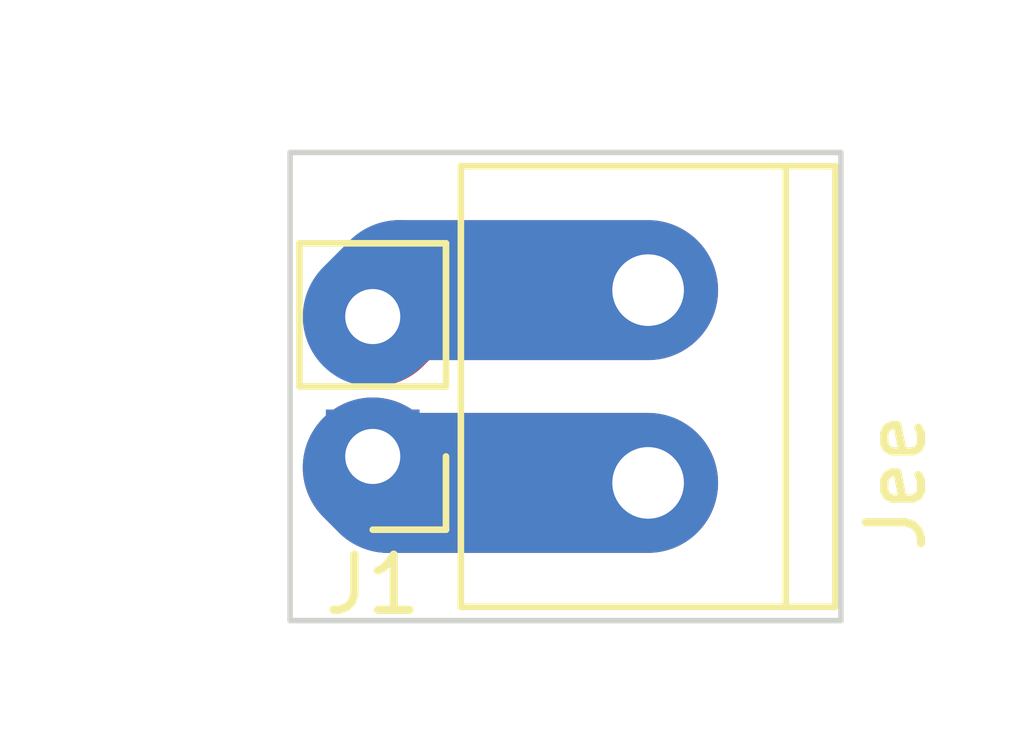
<source format=kicad_pcb>
(kicad_pcb (version 20171130) (host pcbnew "(5.1.6-0-10_14)")

  (general
    (thickness 1.6)
    (drawings 5)
    (tracks 8)
    (zones 0)
    (modules 2)
    (nets 3)
  )

  (page A4)
  (layers
    (0 F.Cu signal)
    (31 B.Cu signal)
    (32 B.Adhes user)
    (33 F.Adhes user)
    (34 B.Paste user)
    (35 F.Paste user)
    (36 B.SilkS user)
    (37 F.SilkS user)
    (38 B.Mask user)
    (39 F.Mask user)
    (40 Dwgs.User user)
    (41 Cmts.User user)
    (42 Eco1.User user)
    (43 Eco2.User user)
    (44 Edge.Cuts user)
    (45 Margin user)
    (46 B.CrtYd user)
    (47 F.CrtYd user)
    (48 B.Fab user)
    (49 F.Fab user)
  )

  (setup
    (last_trace_width 0.25)
    (user_trace_width 0.508)
    (user_trace_width 2.54)
    (trace_clearance 0.2)
    (zone_clearance 0.508)
    (zone_45_only no)
    (trace_min 0.2)
    (via_size 0.8)
    (via_drill 0.4)
    (via_min_size 0.4)
    (via_min_drill 0.3)
    (uvia_size 0.3)
    (uvia_drill 0.1)
    (uvias_allowed no)
    (uvia_min_size 0.2)
    (uvia_min_drill 0.1)
    (edge_width 0.1)
    (segment_width 0.2)
    (pcb_text_width 0.3)
    (pcb_text_size 1.5 1.5)
    (mod_edge_width 0.15)
    (mod_text_size 1 1)
    (mod_text_width 0.15)
    (pad_size 2 2)
    (pad_drill 1.3)
    (pad_to_mask_clearance 0)
    (aux_axis_origin 0 0)
    (visible_elements FFFFFF7F)
    (pcbplotparams
      (layerselection 0x010fc_ffffffff)
      (usegerberextensions true)
      (usegerberattributes false)
      (usegerberadvancedattributes true)
      (creategerberjobfile true)
      (excludeedgelayer true)
      (linewidth 0.100000)
      (plotframeref false)
      (viasonmask false)
      (mode 1)
      (useauxorigin false)
      (hpglpennumber 1)
      (hpglpenspeed 20)
      (hpglpendiameter 15.000000)
      (psnegative false)
      (psa4output false)
      (plotreference true)
      (plotvalue true)
      (plotinvisibletext false)
      (padsonsilk false)
      (subtractmaskfromsilk false)
      (outputformat 1)
      (mirror false)
      (drillshape 0)
      (scaleselection 1)
      (outputdirectory "./"))
  )

  (net 0 "")
  (net 1 "Net-(J1-Pad2)")
  (net 2 "Net-(J1-Pad1)")

  (net_class Default "This is the default net class."
    (clearance 0.2)
    (trace_width 0.25)
    (via_dia 0.8)
    (via_drill 0.4)
    (uvia_dia 0.3)
    (uvia_drill 0.1)
    (add_net "Net-(J1-Pad1)")
    (add_net "Net-(J1-Pad2)")
  )

  (module Pin_Headers:Pin_Header_Straight_1x02_Pitch2.54mm (layer F.Cu) (tedit 59650532) (tstamp 5F34DE73)
    (at 165 77.52 180)
    (descr "Through hole straight pin header, 1x02, 2.54mm pitch, single row")
    (tags "Through hole pin header THT 1x02 2.54mm single row")
    (path /5F34E890)
    (fp_text reference J1 (at 0 -2.33) (layer F.SilkS)
      (effects (font (size 1 1) (thickness 0.15)))
    )
    (fp_text value Conn_01x02_Male (at 0 4.87) (layer F.Fab)
      (effects (font (size 1 1) (thickness 0.15)))
    )
    (fp_line (start 1.8 -1.8) (end -1.8 -1.8) (layer F.CrtYd) (width 0.05))
    (fp_line (start 1.8 4.35) (end 1.8 -1.8) (layer F.CrtYd) (width 0.05))
    (fp_line (start -1.8 4.35) (end 1.8 4.35) (layer F.CrtYd) (width 0.05))
    (fp_line (start -1.8 -1.8) (end -1.8 4.35) (layer F.CrtYd) (width 0.05))
    (fp_line (start -1.33 -1.33) (end 0 -1.33) (layer F.SilkS) (width 0.12))
    (fp_line (start -1.33 0) (end -1.33 -1.33) (layer F.SilkS) (width 0.12))
    (fp_line (start -1.33 1.27) (end 1.33 1.27) (layer F.SilkS) (width 0.12))
    (fp_line (start 1.33 1.27) (end 1.33 3.87) (layer F.SilkS) (width 0.12))
    (fp_line (start -1.33 1.27) (end -1.33 3.87) (layer F.SilkS) (width 0.12))
    (fp_line (start -1.33 3.87) (end 1.33 3.87) (layer F.SilkS) (width 0.12))
    (fp_line (start -1.27 -0.635) (end -0.635 -1.27) (layer F.Fab) (width 0.1))
    (fp_line (start -1.27 3.81) (end -1.27 -0.635) (layer F.Fab) (width 0.1))
    (fp_line (start 1.27 3.81) (end -1.27 3.81) (layer F.Fab) (width 0.1))
    (fp_line (start 1.27 -1.27) (end 1.27 3.81) (layer F.Fab) (width 0.1))
    (fp_line (start -0.635 -1.27) (end 1.27 -1.27) (layer F.Fab) (width 0.1))
    (fp_text user %R (at 0 1.27 90) (layer F.Fab)
      (effects (font (size 1 1) (thickness 0.15)))
    )
    (pad 2 thru_hole oval (at 0 2.54 180) (size 1.7 1.7) (drill 1) (layers *.Cu *.Mask)
      (net 1 "Net-(J1-Pad2)"))
    (pad 1 thru_hole rect (at 0 0 180) (size 1.7 1.7) (drill 1) (layers *.Cu *.Mask)
      (net 2 "Net-(J1-Pad1)"))
    (model ${KISYS3DMOD}/Pin_Headers.3dshapes/Pin_Header_Straight_1x02_Pitch2.54mm.wrl
      (at (xyz 0 0 0))
      (scale (xyz 1 1 1))
      (rotate (xyz 0 0 0))
    )
  )

  (module Ninja-qPCR:TB_SeeedOPL_320110028 (layer F.Cu) (tedit 5F3F1B3E) (tstamp 5F34DDD4)
    (at 170 78 90)
    (path /5F34EF43)
    (fp_text reference Jee (at 0 4.5 90) (layer F.SilkS)
      (effects (font (size 1 1) (thickness 0.15)))
    )
    (fp_text value Conn_01x02_Male (at 2 6 90) (layer F.Fab)
      (effects (font (size 1 1) (thickness 0.15)))
    )
    (fp_line (start -2.25 -3.4) (end 5.75 -3.4) (layer F.SilkS) (width 0.12))
    (fp_line (start 5.75 -3.4) (end 5.75 3.4) (layer F.SilkS) (width 0.12))
    (fp_line (start 5.75 3.4) (end -2.25 3.4) (layer F.SilkS) (width 0.12))
    (fp_line (start -2.25 3.4) (end -2.25 -3.4) (layer F.SilkS) (width 0.12))
    (fp_line (start 5.75 2.5) (end -2.25 2.5) (layer F.SilkS) (width 0.12))
    (pad 1 thru_hole circle (at 0 0 90) (size 2 2) (drill 1.3) (layers *.Cu *.Mask)
      (net 2 "Net-(J1-Pad1)"))
    (pad 2 thru_hole circle (at 3.5 0 90) (size 2 2) (drill 1.3) (layers *.Cu *.Mask)
      (net 1 "Net-(J1-Pad2)"))
  )

  (gr_text 10x7.5mm (at 167 71) (layer Dwgs.User)
    (effects (font (size 1 1) (thickness 0.15)))
  )
  (gr_line (start 163.5 80.5) (end 163.5 72) (layer Edge.Cuts) (width 0.1))
  (gr_line (start 173.5 80.5) (end 163.5 80.5) (layer Edge.Cuts) (width 0.1))
  (gr_line (start 173.5 72) (end 173.5 80.5) (layer Edge.Cuts) (width 0.1))
  (gr_line (start 163.5 72) (end 173.5 72) (layer Edge.Cuts) (width 0.1))

  (segment (start 165.48 74.5) (end 165 74.98) (width 2.54) (layer B.Cu) (net 1))
  (segment (start 170 74.5) (end 165.48 74.5) (width 2.54) (layer B.Cu) (net 1))
  (segment (start 165.50001 74.5) (end 165.02001 74.98) (width 2.54) (layer F.Cu) (net 1))
  (segment (start 170 74.5) (end 165.50001 74.5) (width 2.54) (layer F.Cu) (net 1))
  (segment (start 165.279991 78) (end 165 77.720009) (width 2.54) (layer F.Cu) (net 2))
  (segment (start 170 78) (end 165.279991 78) (width 2.54) (layer F.Cu) (net 2))
  (segment (start 165.279991 78) (end 165 77.720009) (width 2.54) (layer B.Cu) (net 2))
  (segment (start 170 78) (end 165.279991 78) (width 2.54) (layer B.Cu) (net 2))

)

</source>
